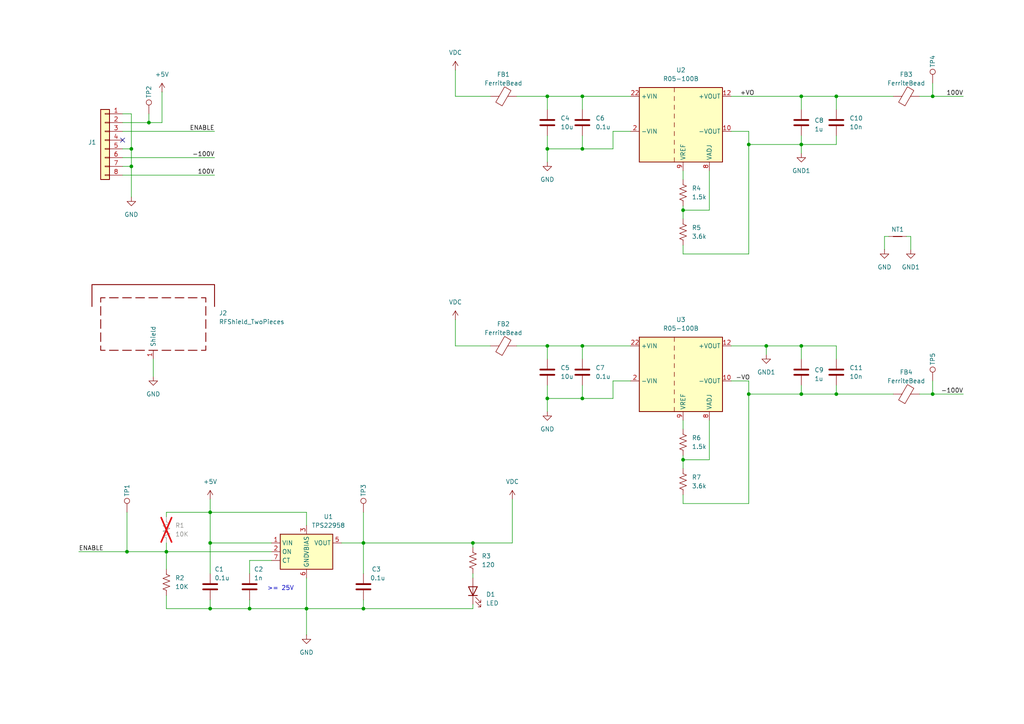
<source format=kicad_sch>
(kicad_sch (version 20250114) (generator "eeschema") (generator_version "9.0")
  (paper "A4")
  (title_block (title "High Voltage Generator") (rev "0"))
  (lib_symbols
    (symbol "Connector:TestPoint" (pin_numbers (hide yes)) (pin_names (offset 0.762) (hide yes))
      (property "Reference" "TP" (at 0 6.858 0))
      (property "Value" "TestPoint" (at 0 5.08 0))
      (symbol "TestPoint_0_1"
        (circle (center 0 3.302) (radius 0.762))
      )
      (symbol "TestPoint_1_1"
        (pin passive line (at 0 0 90) (length 2.54) (name "1") (number "1"))
      )
    )
    (symbol "Connector_Generic:Conn_01x08" (pin_names (offset 1.016) (hide yes))
      (property "Reference" "J" (at 0 10.16 0))
      (property "Value" "Conn_01x08" (at 0 -12.7 0))
      (symbol "Conn_01x08_1_1"
        (rectangle (start -1.27 8.89) (end 1.27 -11.43) (stroke (width 0.254)) (fill (type background)))
        (rectangle (start -1.27 7.747) (end 0 7.493) (stroke (width 0.1524)))
        (rectangle (start -1.27 5.207) (end 0 4.953) (stroke (width 0.1524)))
        (rectangle (start -1.27 2.667) (end 0 2.413) (stroke (width 0.1524)))
        (rectangle (start -1.27 0.127) (end 0 -0.127) (stroke (width 0.1524)))
        (rectangle (start -1.27 -2.413) (end 0 -2.667) (stroke (width 0.1524)))
        (rectangle (start -1.27 -4.953) (end 0 -5.207) (stroke (width 0.1524)))
        (rectangle (start -1.27 -7.493) (end 0 -7.747) (stroke (width 0.1524)))
        (rectangle (start -1.27 -10.033) (end 0 -10.287) (stroke (width 0.1524)))
        (pin passive line (at -5.08 7.62 0) (length 3.81) (name "Pin_1") (number "1"))
        (pin passive line (at -5.08 5.08 0) (length 3.81) (name "Pin_2") (number "2"))
        (pin passive line (at -5.08 2.54 0) (length 3.81) (name "Pin_3") (number "3"))
        (pin passive line (at -5.08 0 0) (length 3.81) (name "Pin_4") (number "4"))
        (pin passive line (at -5.08 -2.54 0) (length 3.81) (name "Pin_5") (number "5"))
        (pin passive line (at -5.08 -5.08 0) (length 3.81) (name "Pin_6") (number "6"))
        (pin passive line (at -5.08 -7.62 0) (length 3.81) (name "Pin_7") (number "7"))
        (pin passive line (at -5.08 -10.16 0) (length 3.81) (name "Pin_8") (number "8"))
      )
    )
    (symbol "Device:C" (pin_numbers (hide yes)) (pin_names (offset 0.254))
      (property "Reference" "C" (at 0.635 2.54 0))
      (property "Value" "C" (at 0.635 -2.54 0))
      (symbol "C_0_1"
        (polyline (pts (xy -2.032 0.762) (xy 2.032 0.762)) (stroke (width 0.508)))
        (polyline (pts (xy -2.032 -0.762) (xy 2.032 -0.762)) (stroke (width 0.508)))
      )
      (symbol "C_1_1"
        (pin passive line (at 0 3.81 270) (length 2.794) (name "~") (number "1"))
        (pin passive line (at 0 -3.81 90) (length 2.794) (name "~") (number "2"))
      )
    )
    (symbol "Device:FerriteBead" (pin_numbers (hide yes)) (pin_names (offset 0))
      (property "Reference" "FB" (at -3.81 0.635 90))
      (property "Value" "FerriteBead" (at 3.81 0 90))
      (symbol "FerriteBead_0_1"
        (polyline (pts (xy -2.7686 0.4064) (xy -1.7018 2.2606) (xy 2.7686 -0.3048) (xy 1.6764 -2.159) (xy -2.7686 0.4064)))
        (polyline (pts (xy 0 1.27) (xy 0 1.2954)))
        (polyline (pts (xy 0 -1.27) (xy 0 -1.2192)))
      )
      (symbol "FerriteBead_1_1"
        (pin passive line (at 0 3.81 270) (length 2.54) (name "~") (number "1"))
        (pin passive line (at 0 -3.81 90) (length 2.54) (name "~") (number "2"))
      )
    )
    (symbol "Device:LED" (pin_numbers (hide yes)) (pin_names (offset 1.016) (hide yes))
      (property "Reference" "D" (at 0 2.54 0))
      (property "Value" "LED" (at 0 -2.54 0))
      (symbol "LED_0_1"
        (polyline (pts (xy -3.048 -0.762) (xy -4.572 -2.286) (xy -3.81 -2.286) (xy -4.572 -2.286) (xy -4.572 -1.524)))
        (polyline (pts (xy -1.778 -0.762) (xy -3.302 -2.286) (xy -2.54 -2.286) (xy -3.302 -2.286) (xy -3.302 -1.524)))
        (polyline (pts (xy -1.27 0) (xy 1.27 0)))
        (polyline (pts (xy -1.27 -1.27) (xy -1.27 1.27)) (stroke (width 0.254)))
        (polyline (pts (xy 1.27 -1.27) (xy 1.27 1.27) (xy -1.27 0) (xy 1.27 -1.27)) (stroke (width 0.254)))
      )
      (symbol "LED_1_1"
        (pin passive line (at -3.81 0 0) (length 2.54) (name "K") (number "1"))
        (pin passive line (at 3.81 0 180) (length 2.54) (name "A") (number "2"))
      )
    )
    (symbol "Device:NetTie_2" (pin_numbers (hide yes)) (pin_names (offset 0) (hide yes)) (in_bom no)
      (property "Reference" "NT" (at 0 1.27 0))
      (property "Value" "NetTie_2" (at 0 -1.27 0))
      (symbol "NetTie_2_0_1"
        (polyline (pts (xy -1.27 0) (xy 1.27 0)) (stroke (width 0.254)))
      )
      (symbol "NetTie_2_1_1"
        (pin passive line (at -2.54 0 0) (length 2.54) (name "1") (number "1"))
        (pin passive line (at 2.54 0 180) (length 2.54) (name "2") (number "2"))
      )
    )
    (symbol "Device:RFShield_TwoPieces" (pin_names (offset 1.016))
      (property "Reference" "J" (at 0 5.08 0))
      (property "Value" "RFShield_TwoPieces" (at 0 2.54 0))
      (symbol "RFShield_TwoPieces_0_1"
        (polyline (pts (xy -17.78 5.08) (xy -17.78 11.43) (xy 17.78 11.43) (xy 17.78 5.08)) (stroke (width 0.254)))
        (polyline (pts (xy -15.24 6.35) (xy -15.24 7.62) (xy -13.97 7.62)) (stroke (width 0.254)))
        (polyline (pts (xy -15.24 2.54) (xy -15.24 5.08)) (stroke (width 0.254)))
        (polyline (pts (xy -15.24 -1.27) (xy -15.24 1.27)) (stroke (width 0.254)))
        (polyline (pts (xy -15.24 -5.08) (xy -15.24 -2.54)) (stroke (width 0.254)))
        (polyline (pts (xy -13.97 -7.62) (xy -15.24 -7.62) (xy -15.24 -6.35)) (stroke (width 0.254)))
        (polyline (pts (xy -12.7 7.62) (xy -10.16 7.62)) (stroke (width 0.254)))
        (polyline (pts (xy -10.16 -7.62) (xy -12.7 -7.62)) (stroke (width 0.254)))
        (polyline (pts (xy -6.35 7.62) (xy -8.89 7.62)) (stroke (width 0.254)))
        (polyline (pts (xy -6.35 -7.62) (xy -8.89 -7.62)) (stroke (width 0.254)))
        (polyline (pts (xy -2.54 7.62) (xy -5.08 7.62)) (stroke (width 0.254)))
        (polyline (pts (xy -2.54 -7.62) (xy -5.08 -7.62)) (stroke (width 0.254)))
        (polyline (pts (xy -1.27 -7.62) (xy 1.27 -7.62)) (stroke (width 0.254)))
        (polyline (pts (xy 1.27 7.62) (xy -1.27 7.62)) (stroke (width 0.254)))
        (polyline (pts (xy 2.54 -7.62) (xy 5.08 -7.62)) (stroke (width 0.254)))
        (polyline (pts (xy 5.08 7.62) (xy 2.54 7.62)) (stroke (width 0.254)))
        (polyline (pts (xy 6.35 -7.62) (xy 8.89 -7.62)) (stroke (width 0.254)))
        (polyline (pts (xy 8.89 7.62) (xy 6.35 7.62)) (stroke (width 0.254)))
        (polyline (pts (xy 10.16 -7.62) (xy 12.7 -7.62)) (stroke (width 0.254)))
        (polyline (pts (xy 12.7 7.62) (xy 10.16 7.62)) (stroke (width 0.254)))
        (polyline (pts (xy 13.97 -7.62) (xy 15.24 -7.62) (xy 15.24 -6.35)) (stroke (width 0.254)))
        (polyline (pts (xy 15.24 6.35) (xy 15.24 7.62) (xy 13.97 7.62)) (stroke (width 0.254)))
        (polyline (pts (xy 15.24 2.54) (xy 15.24 5.08)) (stroke (width 0.254)))
        (polyline (pts (xy 15.24 -1.27) (xy 15.24 1.27)) (stroke (width 0.254)))
        (polyline (pts (xy 15.24 -5.08) (xy 15.24 -2.54)) (stroke (width 0.254)))
      )
      (symbol "RFShield_TwoPieces_1_1"
        (pin passive line (at 0 -10.16 90) (length 2.54) (name "Shield") (number "1"))
      )
    )
    (symbol "Device:R_US" (pin_numbers (hide yes)) (pin_names (offset 0))
      (property "Reference" "R" (at 2.54 0 90))
      (property "Value" "R_US" (at -2.54 0 90))
      (symbol "R_US_0_1"
        (polyline (pts (xy 0 2.286) (xy 0 2.54)))
        (polyline (pts (xy 0 2.286) (xy 1.016 1.905) (xy 0 1.524) (xy -1.016 1.143) (xy 0 0.762)))
        (polyline (pts (xy 0 0.762) (xy 1.016 0.381) (xy 0 0) (xy -1.016 -0.381) (xy 0 -0.762)))
        (polyline (pts (xy 0 -0.762) (xy 1.016 -1.143) (xy 0 -1.524) (xy -1.016 -1.905) (xy 0 -2.286)))
        (polyline (pts (xy 0 -2.286) (xy 0 -2.54)))
      )
      (symbol "R_US_1_1"
        (pin passive line (at 0 3.81 270) (length 1.27) (name "~") (number "1"))
        (pin passive line (at 0 -3.81 90) (length 1.27) (name "~") (number "2"))
      )
    )
    (symbol "R05-100B_1"
      (property "Reference" "U" (at -8.89 8.89 0))
      (property "Value" "R05-100B" (at 8.89 8.89 0))
      (symbol "R05-100B_1_0_1"
        (rectangle (start -10.16 7.62) (end 13.97 -13.97) (stroke (width 0.254)) (fill (type background)))
        (polyline (pts (xy 0 7.62) (xy 0 6.35)))
        (polyline (pts (xy 0 5.08) (xy 0 3.81)))
        (polyline (pts (xy 0 2.54) (xy 0 1.27)))
        (polyline (pts (xy 0 0) (xy 0 -1.27)))
        (polyline (pts (xy 0 -2.54) (xy 0 -3.81)))
        (polyline (pts (xy 0 -5.08) (xy 0 -6.35)))
        (polyline (pts (xy 0 -7.62) (xy 0 -8.89)))
        (polyline (pts (xy 0 -10.16) (xy 0 -11.43)))
        (polyline (pts (xy 0 -12.7) (xy 0 -13.97)))
      )
      (symbol "R05-100B_1_1_1"
        (pin power_in line (at -12.7 5.08 0) (length 2.54) (name "+VIN") (number "22"))
        (pin power_in line (at -12.7 5.08 0) (length 2.54) (hide yes) (name "+VIN") (number "23"))
        (pin power_in line (at -12.7 -5.08 0) (length 2.54) (name "-VIN") (number "2"))
        (pin power_in line (at -12.7 -5.08 0) (length 2.54) (hide yes) (name "-VIN") (number "3"))
        (pin input line (at 2.54 -16.51 90) (length 2.54) (hide yes) (name "VREF") (number "16"))
        (pin input line (at 2.54 -16.51 90) (length 2.54) (name "VREF") (number "9"))
        (pin input line (at 10.16 -16.51 90) (length 2.54) (hide yes) (name "VADJ") (number "17"))
        (pin input line (at 10.16 -16.51 90) (length 2.54) (name "VADJ") (number "8"))
        (pin power_out line (at 16.51 5.08 180) (length 2.54) (name "+VOUT") (number "12"))
        (pin power_out line (at 16.51 5.08 180) (length 2.54) (hide yes) (name "+VOUT") (number "13"))
        (pin power_out line (at 16.51 -5.08 180) (length 2.54) (name "-VOUT") (number "10"))
        (pin power_out line (at 16.51 -5.08 180) (length 2.54) (hide yes) (name "-VOUT") (number "15"))
      )
    )
    (symbol "pd_symbols:R05-100B"
      (property "Reference" "U" (at -8.89 8.89 0))
      (property "Value" "R05-100B" (at 8.89 8.89 0))
      (symbol "R05-100B_0_1"
        (rectangle (start -10.16 7.62) (end 13.97 -13.97) (stroke (width 0.254)) (fill (type background)))
        (polyline (pts (xy 0 7.62) (xy 0 6.35)))
        (polyline (pts (xy 0 5.08) (xy 0 3.81)))
        (polyline (pts (xy 0 2.54) (xy 0 1.27)))
        (polyline (pts (xy 0 0) (xy 0 -1.27)))
        (polyline (pts (xy 0 -2.54) (xy 0 -3.81)))
        (polyline (pts (xy 0 -5.08) (xy 0 -6.35)))
        (polyline (pts (xy 0 -7.62) (xy 0 -8.89)))
        (polyline (pts (xy 0 -10.16) (xy 0 -11.43)))
        (polyline (pts (xy 0 -12.7) (xy 0 -13.97)))
      )
      (symbol "R05-100B_1_1"
        (pin power_in line (at -12.7 5.08 0) (length 2.54) (name "+VIN") (number "22"))
        (pin power_in line (at -12.7 5.08 0) (length 2.54) (hide yes) (name "+VIN") (number "23"))
        (pin power_in line (at -12.7 -5.08 0) (length 2.54) (name "-VIN") (number "2"))
        (pin power_in line (at -12.7 -5.08 0) (length 2.54) (hide yes) (name "-VIN") (number "3"))
        (pin input line (at 2.54 -16.51 90) (length 2.54) (hide yes) (name "VREF") (number "16"))
        (pin input line (at 2.54 -16.51 90) (length 2.54) (name "VREF") (number "9"))
        (pin input line (at 10.16 -16.51 90) (length 2.54) (hide yes) (name "VADJ") (number "17"))
        (pin input line (at 10.16 -16.51 90) (length 2.54) (name "VADJ") (number "8"))
        (pin power_out line (at 16.51 5.08 180) (length 2.54) (name "+VOUT") (number "12"))
        (pin power_out line (at 16.51 5.08 180) (length 2.54) (hide yes) (name "+VOUT") (number "13"))
        (pin power_out line (at 16.51 -5.08 180) (length 2.54) (name "-VOUT") (number "10"))
        (pin power_out line (at 16.51 -5.08 180) (length 2.54) (hide yes) (name "-VOUT") (number "15"))
      )
    )
    (symbol "pd_symbols:TPS22958"
      (property "Reference" "U" (at -6.35 6.35 0))
      (property "Value" "TPS22958" (at 6.35 6.35 0))
      (symbol "TPS22958_0_1"
        (rectangle (start -7.62 5.08) (end 7.62 -5.08) (stroke (width 0.254)) (fill (type background)))
      )
      (symbol "TPS22958_1_1"
        (pin power_in line (at -10.16 2.54 0) (length 2.54) (name "VIN") (number "1"))
        (pin power_in line (at -10.16 2.54 0) (length 2.54) (hide yes) (name "VIN") (number "4"))
        (pin input line (at -10.16 0 0) (length 2.54) (name "ON") (number "2"))
        (pin passive line (at -10.16 -2.54 0) (length 2.54) (name "CT") (number "7"))
        (pin input line (at 0 7.62 270) (length 2.54) (name "VBIAS") (number "3"))
        (pin power_in line (at 0 -7.62 90) (length 2.54) (name "GND") (number "6"))
        (pin power_out line (at 10.16 2.54 180) (length 2.54) (name "VOUT") (number "5"))
        (pin power_out line (at 10.16 2.54 180) (length 2.54) (hide yes) (name "VOUT") (number "8"))
      )
    )
    (symbol "power:+5V" (power) (pin_numbers (hide yes)) (pin_names (offset 0) (hide yes))
      (property "Value" "+5V" (at 0 3.556 0))
      (symbol "+5V_0_1"
        (polyline (pts (xy -0.762 1.27) (xy 0 2.54)))
        (polyline (pts (xy 0 2.54) (xy 0.762 1.27)))
        (polyline (pts (xy 0 0) (xy 0 2.54)))
      )
      (symbol "+5V_1_1"
        (pin power_in line (at 0 0 90) (length 0) (name "~") (number "1"))
      )
    )
    (symbol "power:GND" (power) (pin_numbers (hide yes)) (pin_names (offset 0) (hide yes))
      (property "Value" "GND" (at 0 -3.81 0))
      (symbol "GND_0_1"
        (polyline (pts (xy 0 0) (xy 0 -1.27) (xy 1.27 -1.27) (xy 0 -2.54) (xy -1.27 -1.27) (xy 0 -1.27)))
      )
      (symbol "GND_1_1"
        (pin power_in line (at 0 0 270) (length 0) (name "~") (number "1"))
      )
    )
    (symbol "power:GND1" (power) (pin_numbers (hide yes)) (pin_names (offset 0) (hide yes))
      (property "Value" "GND1" (at 0 -3.81 0))
      (symbol "GND1_0_1"
        (polyline (pts (xy 0 0) (xy 0 -1.27) (xy 1.27 -1.27) (xy 0 -2.54) (xy -1.27 -1.27) (xy 0 -1.27)))
      )
      (symbol "GND1_1_1"
        (pin power_in line (at 0 0 270) (length 0) (name "~") (number "1"))
      )
    )
    (symbol "power:VDC" (power) (pin_numbers (hide yes)) (pin_names (offset 0) (hide yes))
      (property "Value" "VDC" (at 0 3.556 0))
      (symbol "VDC_0_1"
        (polyline (pts (xy -0.762 1.27) (xy 0 2.54)))
        (polyline (pts (xy 0 2.54) (xy 0.762 1.27)))
        (polyline (pts (xy 0 0) (xy 0 2.54)))
      )
      (symbol "VDC_1_1"
        (pin power_in line (at 0 0 90) (length 0) (name "~") (number "1"))
      )
    )
  )
  (text ">= 25V" (at 77.47 171.45 0) (effects (font (size 1.27 1.27)) (justify left bottom)))
  (junction (at 158.75 115.57))
  (junction (at 60.96 157.48))
  (junction (at 232.41 27.94))
  (junction (at 198.12 133.35))
  (junction (at 158.75 27.94))
  (junction (at 270.51 114.3))
  (junction (at 232.41 41.91))
  (junction (at 198.12 60.96))
  (junction (at 60.96 176.53))
  (junction (at 232.41 114.3))
  (junction (at 168.91 100.33))
  (junction (at 222.25 100.33))
  (junction (at 168.91 27.94))
  (junction (at 137.16 157.48))
  (junction (at 232.41 100.33))
  (junction (at 105.41 157.48))
  (junction (at 270.51 27.94))
  (junction (at 158.75 43.18))
  (junction (at 48.26 160.02))
  (junction (at 105.41 176.53))
  (junction (at 38.1 43.18))
  (junction (at 36.83 160.02))
  (junction (at 43.18 35.56))
  (junction (at 158.75 100.33))
  (junction (at 60.96 148.59))
  (junction (at 38.1 48.26))
  (junction (at 242.57 114.3))
  (junction (at 88.9 176.53))
  (junction (at 168.91 43.18))
  (junction (at 217.17 41.91))
  (junction (at 168.91 115.57))
  (junction (at 242.57 27.94))
  (junction (at 72.39 176.53))
  (junction (at 217.17 114.3))
  (no_connect (at 35.56 40.64))
  (wire (pts (xy 137.16 175.26) (xy 137.16 176.53)))
  (wire (pts (xy 158.75 39.37) (xy 158.75 43.18)))
  (wire (pts (xy 72.39 162.56) (xy 72.39 166.37)))
  (wire (pts (xy 137.16 176.53) (xy 105.41 176.53)))
  (wire (pts (xy 266.7 114.3) (xy 270.51 114.3)))
  (wire (pts (xy 266.7 27.94) (xy 270.51 27.94)))
  (wire (pts (xy 182.88 110.49) (xy 177.8 110.49)))
  (wire (pts (xy 212.09 110.49) (xy 217.17 110.49)))
  (wire (pts (xy 158.75 115.57) (xy 158.75 119.38)))
  (wire (pts (xy 132.08 100.33) (xy 132.08 92.71)))
  (wire (pts (xy 198.12 60.96) (xy 198.12 63.5)))
  (wire (pts (xy 264.16 68.58) (xy 264.16 72.39)))
  (wire (pts (xy 137.16 157.48) (xy 137.16 158.75)))
  (wire (pts (xy 198.12 71.12) (xy 198.12 73.66)))
  (wire (pts (xy 242.57 111.76) (xy 242.57 114.3)))
  (wire (pts (xy 137.16 166.37) (xy 137.16 167.64)))
  (wire (pts (xy 72.39 173.99) (xy 72.39 176.53)))
  (wire (pts (xy 198.12 132.08) (xy 198.12 133.35)))
  (wire (pts (xy 48.26 176.53) (xy 48.26 172.72)))
  (wire (pts (xy 35.56 50.8) (xy 62.23 50.8)))
  (wire (pts (xy 222.25 100.33) (xy 232.41 100.33)))
  (wire (pts (xy 72.39 176.53) (xy 88.9 176.53)))
  (wire (pts (xy 78.74 162.56) (xy 72.39 162.56)))
  (wire (pts (xy 168.91 43.18) (xy 158.75 43.18)))
  (wire (pts (xy 60.96 148.59) (xy 60.96 157.48)))
  (wire (pts (xy 46.99 26.67) (xy 46.99 35.56)))
  (wire (pts (xy 60.96 157.48) (xy 78.74 157.48)))
  (wire (pts (xy 35.56 45.72) (xy 62.23 45.72)))
  (wire (pts (xy 142.24 100.33) (xy 132.08 100.33)))
  (wire (pts (xy 44.45 104.14) (xy 44.45 109.22)))
  (wire (pts (xy 88.9 176.53) (xy 105.41 176.53)))
  (wire (pts (xy 36.83 160.02) (xy 48.26 160.02)))
  (wire (pts (xy 105.41 173.99) (xy 105.41 176.53)))
  (wire (pts (xy 142.24 27.94) (xy 132.08 27.94)))
  (wire (pts (xy 60.96 148.59) (xy 88.9 148.59)))
  (wire (pts (xy 177.8 110.49) (xy 177.8 115.57)))
  (wire (pts (xy 35.56 33.02) (xy 38.1 33.02)))
  (wire (pts (xy 232.41 41.91) (xy 242.57 41.91)))
  (wire (pts (xy 46.99 35.56) (xy 43.18 35.56)))
  (wire (pts (xy 242.57 114.3) (xy 259.08 114.3)))
  (wire (pts (xy 217.17 73.66) (xy 198.12 73.66)))
  (wire (pts (xy 217.17 146.05) (xy 198.12 146.05)))
  (wire (pts (xy 217.17 41.91) (xy 232.41 41.91)))
  (wire (pts (xy 217.17 114.3) (xy 232.41 114.3)))
  (wire (pts (xy 242.57 39.37) (xy 242.57 41.91)))
  (wire (pts (xy 262.89 68.58) (xy 264.16 68.58)))
  (wire (pts (xy 257.81 68.58) (xy 256.54 68.58)))
  (wire (pts (xy 232.41 41.91) (xy 232.41 44.45)))
  (wire (pts (xy 270.51 114.3) (xy 279.4 114.3)))
  (wire (pts (xy 177.8 38.1) (xy 177.8 43.18)))
  (wire (pts (xy 99.06 157.48) (xy 105.41 157.48)))
  (wire (pts (xy 158.75 27.94) (xy 158.75 31.75)))
  (wire (pts (xy 35.56 48.26) (xy 38.1 48.26)))
  (wire (pts (xy 270.51 27.94) (xy 279.4 27.94)))
  (wire (pts (xy 48.26 149.86) (xy 48.26 148.59)))
  (wire (pts (xy 158.75 111.76) (xy 158.75 115.57)))
  (wire (pts (xy 177.8 43.18) (xy 168.91 43.18)))
  (wire (pts (xy 217.17 114.3) (xy 217.17 146.05)))
  (wire (pts (xy 38.1 33.02) (xy 38.1 43.18)))
  (wire (pts (xy 48.26 160.02) (xy 78.74 160.02)))
  (wire (pts (xy 198.12 143.51) (xy 198.12 146.05)))
  (wire (pts (xy 105.41 148.59) (xy 105.41 157.48)))
  (wire (pts (xy 232.41 41.91) (xy 232.41 39.37)))
  (wire (pts (xy 242.57 27.94) (xy 242.57 31.75)))
  (wire (pts (xy 168.91 39.37) (xy 168.91 43.18)))
  (wire (pts (xy 198.12 49.53) (xy 198.12 52.07)))
  (wire (pts (xy 256.54 68.58) (xy 256.54 72.39)))
  (wire (pts (xy 38.1 48.26) (xy 38.1 57.15)))
  (wire (pts (xy 38.1 43.18) (xy 38.1 48.26)))
  (wire (pts (xy 48.26 160.02) (xy 48.26 157.48)))
  (wire (pts (xy 22.86 160.02) (xy 36.83 160.02)))
  (wire (pts (xy 177.8 115.57) (xy 168.91 115.57)))
  (wire (pts (xy 198.12 121.92) (xy 198.12 124.46)))
  (wire (pts (xy 48.26 160.02) (xy 48.26 165.1)))
  (wire (pts (xy 168.91 27.94) (xy 182.88 27.94)))
  (wire (pts (xy 222.25 100.33) (xy 222.25 102.87)))
  (wire (pts (xy 60.96 176.53) (xy 48.26 176.53)))
  (wire (pts (xy 168.91 115.57) (xy 158.75 115.57)))
  (wire (pts (xy 198.12 59.69) (xy 198.12 60.96)))
  (wire (pts (xy 232.41 27.94) (xy 242.57 27.94)))
  (wire (pts (xy 168.91 27.94) (xy 168.91 31.75)))
  (wire (pts (xy 232.41 114.3) (xy 242.57 114.3)))
  (wire (pts (xy 137.16 157.48) (xy 148.59 157.48)))
  (wire (pts (xy 212.09 100.33) (xy 222.25 100.33)))
  (wire (pts (xy 168.91 100.33) (xy 182.88 100.33)))
  (wire (pts (xy 148.59 144.78) (xy 148.59 157.48)))
  (wire (pts (xy 242.57 27.94) (xy 259.08 27.94)))
  (wire (pts (xy 232.41 114.3) (xy 232.41 111.76)))
  (wire (pts (xy 270.51 24.13) (xy 270.51 27.94)))
  (wire (pts (xy 158.75 100.33) (xy 158.75 104.14)))
  (wire (pts (xy 232.41 100.33) (xy 232.41 104.14)))
  (wire (pts (xy 168.91 100.33) (xy 168.91 104.14)))
  (wire (pts (xy 132.08 27.94) (xy 132.08 20.32)))
  (wire (pts (xy 217.17 110.49) (xy 217.17 114.3)))
  (wire (pts (xy 48.26 148.59) (xy 60.96 148.59)))
  (wire (pts (xy 177.8 38.1) (xy 182.88 38.1)))
  (wire (pts (xy 35.56 38.1) (xy 62.23 38.1)))
  (wire (pts (xy 212.09 27.94) (xy 232.41 27.94)))
  (wire (pts (xy 35.56 35.56) (xy 43.18 35.56)))
  (wire (pts (xy 88.9 176.53) (xy 88.9 184.15)))
  (wire (pts (xy 217.17 41.91) (xy 217.17 73.66)))
  (wire (pts (xy 205.74 121.92) (xy 205.74 133.35)))
  (wire (pts (xy 105.41 157.48) (xy 105.41 166.37)))
  (wire (pts (xy 198.12 133.35) (xy 198.12 135.89)))
  (wire (pts (xy 158.75 43.18) (xy 158.75 46.99)))
  (wire (pts (xy 60.96 176.53) (xy 72.39 176.53)))
  (wire (pts (xy 205.74 133.35) (xy 198.12 133.35)))
  (wire (pts (xy 88.9 167.64) (xy 88.9 176.53)))
  (wire (pts (xy 36.83 148.59) (xy 36.83 160.02)))
  (wire (pts (xy 60.96 157.48) (xy 60.96 166.37)))
  (wire (pts (xy 43.18 33.02) (xy 43.18 35.56)))
  (wire (pts (xy 242.57 100.33) (xy 232.41 100.33)))
  (wire (pts (xy 205.74 60.96) (xy 198.12 60.96)))
  (wire (pts (xy 217.17 38.1) (xy 217.17 41.91)))
  (wire (pts (xy 60.96 144.78) (xy 60.96 148.59)))
  (wire (pts (xy 158.75 27.94) (xy 168.91 27.94)))
  (wire (pts (xy 205.74 49.53) (xy 205.74 60.96)))
  (wire (pts (xy 60.96 173.99) (xy 60.96 176.53)))
  (wire (pts (xy 105.41 157.48) (xy 137.16 157.48)))
  (wire (pts (xy 35.56 43.18) (xy 38.1 43.18)))
  (wire (pts (xy 232.41 27.94) (xy 232.41 31.75)))
  (wire (pts (xy 212.09 38.1) (xy 217.17 38.1)))
  (wire (pts (xy 149.86 100.33) (xy 158.75 100.33)))
  (wire (pts (xy 270.51 110.49) (xy 270.51 114.3)))
  (wire (pts (xy 158.75 100.33) (xy 168.91 100.33)))
  (wire (pts (xy 88.9 152.4) (xy 88.9 148.59)))
  (wire (pts (xy 168.91 111.76) (xy 168.91 115.57)))
  (wire (pts (xy 242.57 104.14) (xy 242.57 100.33)))
  (wire (pts (xy 149.86 27.94) (xy 158.75 27.94)))
  (label "-VO" (at 213.36 110.49 0))
  (label "-100V" (at 279.4 114.3 180))
  (label "ENABLE" (at 62.23 38.1 180))
  (label "ENABLE" (at 22.86 160.02 0))
  (label "100V" (at 279.4 27.94 180))
  (label "+VO" (at 214.63 27.94 0))
  (label "-100V" (at 62.23 45.72 180))
  (label "100V" (at 62.23 50.8 180))
  (symbol (lib_id "Device:FerriteBead") (at 262.89 114.3 90) (unit 1)
    (property "Reference" "FB4" (at 262.8392 107.95 90))
    (property "Value" "FerriteBead" (at 262.8392 110.49 90))
    (property "Footprint" "Inductor_SMD:L_0603_1608Metric" (effects (hide yes)))
    (property "Description" "Ferrite bead" (effects (hide yes)))
  )
  (symbol (lib_id "Device:C") (at 72.39 170.18 0) (unit 1)
    (property "Reference" "C2" (at 73.66 165.1 0) (effects (justify left)))
    (property "Value" "1n" (at 73.66 167.64 0) (effects (justify left)))
    (property "Footprint" "Capacitor_SMD:C_0603_1608Metric" (effects (hide yes)))
    (property "Description" "Unpolarized capacitor" (effects (hide yes)))
  )
  (symbol (lib_id "Device:C") (at 242.57 35.56 180) (unit 1)
    (property "Reference" "C10" (at 246.38 34.2899 0) (effects (justify right)))
    (property "Value" "10n" (at 246.38 36.8299 0) (effects (justify right)))
    (property "Footprint" "Capacitor_SMD:C_0805_2012Metric" (effects (hide yes)))
    (property "Description" "Unpolarized capacitor" (effects (hide yes)))
  )
  (symbol (lib_id "Connector:TestPoint") (at 43.18 33.02 0) (unit 1)
    (property "Reference" "TP2" (at 43.18 26.67 90))
    (property "Value" "TestPoint" (effects (hide yes)))
    (property "Footprint" "pd_footprints:TestPoint_THTPad_D1.8mm_Drill1.2mm" (effects (hide yes)))
    (property "Description" "test point" (effects (hide yes)))
  )
  (symbol (lib_id "Device:RFShield_TwoPieces") (at 44.45 93.98 0) (unit 1)
    (property "Reference" "J2" (at 63.5 90.8049 0) (effects (justify left)))
    (property "Value" "RFShield_TwoPieces" (at 63.5 93.3449 0) (effects (justify left)))
    (property "Footprint" "pd_footprints:Shield_MS638-10F" (effects (hide yes)))
    (property "Description" "Two-piece EMI RF shielding cabinet" (effects (hide yes)))
  )
  (symbol (lib_id "Device:R_US") (at 198.12 139.7 0) (unit 1)
    (property "Reference" "R7" (at 200.66 138.4299 0) (effects (justify left)))
    (property "Value" "3.6k" (at 200.66 140.9699 0) (effects (justify left)))
    (property "Footprint" "Resistor_SMD:R_0603_1608Metric" (effects (hide yes)))
    (property "Description" "Resistor, US symbol" (effects (hide yes)))
  )
  (symbol (lib_id "Device:C") (at 168.91 107.95 0) (unit 1)
    (property "Reference" "C7" (at 172.72 106.6799 0) (effects (justify left)))
    (property "Value" "0.1u" (at 172.72 109.2199 0) (effects (justify left)))
    (property "Footprint" "Capacitor_SMD:C_0603_1608Metric" (effects (hide yes)))
    (property "Description" "Unpolarized capacitor" (effects (hide yes)))
  )
  (symbol (lib_id "power:GND1") (at 232.41 44.45 0) (unit 1)
    (property "Reference" "#PWR013" (effects (hide yes)))
    (property "Value" "GND1" (at 232.41 49.53 0))
    (property "Description" "Power symbol creates a global label with name \"GND1\" , ground" (effects (hide yes)))
  )
  (symbol (lib_id "Device:FerriteBead") (at 262.89 27.94 90) (unit 1)
    (property "Reference" "FB3" (at 262.8392 21.59 90))
    (property "Value" "FerriteBead" (at 262.8392 24.13 90))
    (property "Footprint" "Inductor_SMD:L_0603_1608Metric" (effects (hide yes)))
    (property "Description" "Ferrite bead" (effects (hide yes)))
  )
  (symbol (lib_id "Device:R_US") (at 137.16 162.56 180) (unit 1)
    (property "Reference" "R3" (at 139.7 161.2899 0) (effects (justify right)))
    (property "Value" "120" (at 139.7 163.8299 0) (effects (justify right)))
    (property "Footprint" "Resistor_SMD:R_0603_1608Metric" (effects (hide yes)))
    (property "Description" "Resistor, US symbol" (effects (hide yes)))
  )
  (symbol (lib_id "Device:LED") (at 137.16 171.45 90) (unit 1)
    (property "Reference" "D1" (at 140.97 172.4025 90) (effects (justify right)))
    (property "Value" "LED" (at 140.97 174.9425 90) (effects (justify right)))
    (property "Footprint" "LED_SMD:LED_1206_3216Metric_Pad1.42x1.75mm_HandSolder" (effects (hide yes)))
    (property "Description" "Light emitting diode" (effects (hide yes)))
    (property "Sim.Pins" "1=K 2=A" (effects (hide yes)))
  )
  (symbol (lib_id "power:GND") (at 38.1 57.15 0) (unit 1)
    (property "Reference" "#PWR01" (effects (hide yes)))
    (property "Value" "GND" (at 38.1 62.23 0))
    (property "Description" "Power symbol creates a global label with name \"GND\" , ground" (effects (hide yes)))
  )
  (symbol (lib_id "power:VDC") (at 132.08 20.32 0) (unit 1)
    (property "Reference" "#PWR05" (effects (hide yes)))
    (property "Value" "VDC" (at 132.08 15.24 0))
    (property "Description" "Power symbol creates a global label with name \"VDC\"" (effects (hide yes)))
  )
  (symbol (lib_id "power:+5V") (at 60.96 144.78 0) (unit 1)
    (property "Reference" "#PWR04" (effects (hide yes)))
    (property "Value" "+5V" (at 60.96 139.7 0))
    (property "Description" "Power symbol creates a global label with name \"+5V\"" (effects (hide yes)))
  )
  (symbol (lib_id "power:GND") (at 256.54 72.39 0) (unit 1)
    (property "Reference" "#PWR010" (effects (hide yes)))
    (property "Value" "GND" (at 256.54 77.47 0))
    (property "Description" "Power symbol creates a global label with name \"GND\" , ground" (effects (hide yes)))
  )
  (symbol (lib_id "Device:C") (at 105.41 170.18 0) (mirror y) (unit 1)
    (property "Reference" "C3" (at 110.49 165.1 0) (effects (justify left)))
    (property "Value" "0.1u" (at 111.76 167.64 0) (effects (justify left)))
    (property "Footprint" "Capacitor_SMD:C_0603_1608Metric" (effects (hide yes)))
    (property "Description" "Unpolarized capacitor" (effects (hide yes)))
  )
  (symbol (lib_id "pd_symbols:R05-100B") (at 195.58 105.41 0) (unit 1)
    (property "Reference" "U3" (at 197.485 92.71 0))
    (property "Value" "R05-100B" (at 197.485 95.25 0))
    (property "Footprint" "pd_footprints:Converter_DCDC_RECOM_RXX-B" (effects (hide yes)))
    (property "Datasheet" "https://recom-power.com/pdf/Innoline/Rxx-B.pdf" (effects (hide yes)))
    (property "Description" "High output voltage DIP24 converter" (effects (hide yes)))
  )
  (symbol (lib_id "Device:C") (at 232.41 107.95 180) (unit 1)
    (property "Reference" "C9" (at 236.22 107.315 0) (effects (justify right)))
    (property "Value" "1u" (at 236.22 109.855 0) (effects (justify right)))
    (property "Footprint" "Capacitor_SMD:C_1812_4532Metric" (effects (hide yes)))
    (property "Description" "Unpolarized capacitor" (effects (hide yes)))
  )
  (symbol (lib_id "Device:FerriteBead") (at 146.05 100.33 90) (unit 1)
    (property "Reference" "FB2" (at 145.9992 93.98 90))
    (property "Value" "FerriteBead" (at 145.9992 96.52 90))
    (property "Footprint" "Inductor_SMD:L_0603_1608Metric" (effects (hide yes)))
    (property "Description" "Ferrite bead" (effects (hide yes)))
  )
  (symbol (lib_id "power:GND") (at 88.9 184.15 0) (unit 1)
    (property "Reference" "#PWR03" (effects (hide yes)))
    (property "Value" "GND" (at 88.9 189.23 0))
    (property "Description" "Power symbol creates a global label with name \"GND\" , ground" (effects (hide yes)))
  )
  (symbol (lib_id "power:GND") (at 158.75 46.99 0) (unit 1)
    (property "Reference" "#PWR08" (effects (hide yes)))
    (property "Value" "GND" (at 158.75 52.07 0))
    (property "Description" "Power symbol creates a global label with name \"GND\" , ground" (effects (hide yes)))
  )
  (symbol (lib_id "pd_symbols:TPS22958") (at 88.9 160.02 0) (unit 1)
    (property "Reference" "U1" (at 95.25 149.86 0))
    (property "Value" "TPS22958" (at 95.25 152.4 0))
    (property "Footprint" "Package_SO:VSSOP-8_3x3mm_P0.65mm" (effects (hide yes)))
    (property "Datasheet" "https://www.ti.com/lit/ds/symlink/tps22958.pdf" (effects (hide yes)))
    (property "Description" "5.5-V, 4-A / 6-A, 14-mΩ Load Switch with Adjustable Rise Time" (effects (hide yes)))
  )
  (symbol (lib_name "R05-100B_1") (lib_id "pd_symbols:R05-100B") (at 195.58 33.02 0) (unit 1)
    (property "Reference" "U2" (at 197.485 20.32 0))
    (property "Value" "R05-100B" (at 197.485 22.86 0))
    (property "Footprint" "pd_footprints:Converter_DCDC_RECOM_RXX-B" (effects (hide yes)))
    (property "Datasheet" "https://recom-power.com/pdf/Innoline/Rxx-B.pdf" (effects (hide yes)))
    (property "Description" "High output voltage DIP24 converter" (effects (hide yes)))
  )
  (symbol (lib_id "power:GND") (at 44.45 109.22 0) (unit 1)
    (property "Reference" "#PWR012" (effects (hide yes)))
    (property "Value" "GND" (at 44.45 114.3 0))
    (property "Description" "Power symbol creates a global label with name \"GND\" , ground" (effects (hide yes)))
  )
  (symbol (lib_id "power:VDC") (at 132.08 92.71 0) (unit 1)
    (property "Reference" "#PWR06" (effects (hide yes)))
    (property "Value" "VDC" (at 132.08 87.63 0))
    (property "Description" "Power symbol creates a global label with name \"VDC\"" (effects (hide yes)))
  )
  (symbol (lib_id "Device:R_US") (at 198.12 128.27 0) (unit 1)
    (property "Reference" "R6" (at 200.66 126.9999 0) (effects (justify left)))
    (property "Value" "1.5k" (at 200.66 129.5399 0) (effects (justify left)))
    (property "Footprint" "Resistor_SMD:R_0603_1608Metric" (effects (hide yes)))
    (property "Description" "Resistor, US symbol" (effects (hide yes)))
  )
  (symbol (lib_id "Device:C") (at 60.96 170.18 0) (unit 1)
    (property "Reference" "C1" (at 62.23 165.1 0) (effects (justify left)))
    (property "Value" "0.1u" (at 62.23 167.64 0) (effects (justify left)))
    (property "Footprint" "Capacitor_SMD:C_0603_1608Metric" (effects (hide yes)))
    (property "Description" "Unpolarized capacitor" (effects (hide yes)))
  )
  (symbol (lib_id "Connector:TestPoint") (at 36.83 148.59 0) (unit 1)
    (property "Reference" "TP1" (at 36.83 142.24 90))
    (property "Value" "TestPoint" (effects (hide yes)))
    (property "Footprint" "pd_footprints:TestPoint_THTPad_D1.8mm_Drill1.2mm" (effects (hide yes)))
    (property "Description" "test point" (effects (hide yes)))
  )
  (symbol (lib_id "Connector:TestPoint") (at 105.41 148.59 0) (unit 1)
    (property "Reference" "TP3" (at 105.41 142.24 90))
    (property "Value" "TestPoint" (effects (hide yes)))
    (property "Footprint" "pd_footprints:TestPoint_THTPad_D1.8mm_Drill1.2mm" (effects (hide yes)))
    (property "Description" "test point" (effects (hide yes)))
  )
  (symbol (lib_id "Device:C") (at 158.75 35.56 0) (unit 1)
    (property "Reference" "C4" (at 162.56 34.2899 0) (effects (justify left)))
    (property "Value" "10u" (at 162.56 36.8299 0) (effects (justify left)))
    (property "Footprint" "Capacitor_SMD:C_0805_2012Metric_Pad1.18x1.45mm_HandSolder" (effects (hide yes)))
    (property "Description" "Unpolarized capacitor" (effects (hide yes)))
  )
  (symbol (lib_id "power:+5V") (at 46.99 26.67 0) (unit 1)
    (property "Reference" "#PWR02" (effects (hide yes)))
    (property "Value" "+5V" (at 46.99 21.59 0))
    (property "Description" "Power symbol creates a global label with name \"+5V\"" (effects (hide yes)))
  )
  (symbol (lib_id "Device:C") (at 242.57 107.95 180) (unit 1)
    (property "Reference" "C11" (at 246.38 106.6799 0) (effects (justify right)))
    (property "Value" "10n" (at 246.38 109.2199 0) (effects (justify right)))
    (property "Footprint" "Capacitor_SMD:C_0805_2012Metric" (effects (hide yes)))
    (property "Description" "Unpolarized capacitor" (effects (hide yes)))
  )
  (symbol (lib_id "Device:R_US") (at 48.26 153.67 180) (unit 1) (dnp yes)
    (property "Reference" "R1" (at 50.8 152.3999 0) (effects (justify right)))
    (property "Value" "10K" (at 50.8 154.9399 0) (effects (justify right)))
    (property "Footprint" "Resistor_SMD:R_0603_1608Metric" (effects (hide yes)))
    (property "Description" "Resistor, US symbol" (effects (hide yes)))
  )
  (symbol (lib_id "Device:C") (at 232.41 35.56 180) (unit 1)
    (property "Reference" "C8" (at 236.22 34.925 0) (effects (justify right)))
    (property "Value" "1u" (at 236.22 37.465 0) (effects (justify right)))
    (property "Footprint" "Capacitor_SMD:C_1812_4532Metric" (effects (hide yes)))
    (property "Description" "Unpolarized capacitor" (effects (hide yes)))
  )
  (symbol (lib_id "Device:FerriteBead") (at 146.05 27.94 90) (unit 1)
    (property "Reference" "FB1" (at 145.9992 21.59 90))
    (property "Value" "FerriteBead" (at 145.9992 24.13 90))
    (property "Footprint" "Inductor_SMD:L_0603_1608Metric" (effects (hide yes)))
    (property "Description" "Ferrite bead" (effects (hide yes)))
  )
  (symbol (lib_id "Connector_Generic:Conn_01x08") (at 30.48 40.64 0) (mirror y) (unit 1)
    (property "Reference" "J1" (at 27.94 41.275 0) (effects (justify left)))
    (property "Value" "Conn_01x08" (effects (hide yes)))
    (property "Footprint" "Connector_JST:JST_PH_B8B-PH-K_1x08_P2.00mm_Vertical" (effects (hide yes)))
    (property "Description" "Generic connector, single row, 01x08, script generated (kicad-library-utils/schlib/autogen/connector/)" (effects (hide yes)))
  )
  (symbol (lib_id "power:VDC") (at 148.59 144.78 0) (unit 1)
    (property "Reference" "#PWR07" (effects (hide yes)))
    (property "Value" "VDC" (at 148.59 139.7 0))
    (property "Description" "Power symbol creates a global label with name \"VDC\"" (effects (hide yes)))
  )
  (symbol (lib_id "Device:C") (at 168.91 35.56 0) (unit 1)
    (property "Reference" "C6" (at 172.72 34.2899 0) (effects (justify left)))
    (property "Value" "0.1u" (at 172.72 36.8299 0) (effects (justify left)))
    (property "Footprint" "Capacitor_SMD:C_0603_1608Metric" (effects (hide yes)))
    (property "Description" "Unpolarized capacitor" (effects (hide yes)))
  )
  (symbol (lib_id "Connector:TestPoint") (at 270.51 110.49 0) (unit 1)
    (property "Reference" "TP5" (at 270.51 104.14 90))
    (property "Value" "TestPoint" (effects (hide yes)))
    (property "Footprint" "pd_footprints:TestPoint_THTPad_D1.8mm_Drill1.2mm" (effects (hide yes)))
    (property "Description" "test point" (effects (hide yes)))
  )
  (symbol (lib_id "Device:C") (at 158.75 107.95 0) (unit 1)
    (property "Reference" "C5" (at 162.56 106.6799 0) (effects (justify left)))
    (property "Value" "10u" (at 162.56 109.2199 0) (effects (justify left)))
    (property "Footprint" "Capacitor_SMD:C_0805_2012Metric_Pad1.18x1.45mm_HandSolder" (effects (hide yes)))
    (property "Description" "Unpolarized capacitor" (effects (hide yes)))
  )
  (symbol (lib_id "Device:R_US") (at 198.12 67.31 0) (unit 1)
    (property "Reference" "R5" (at 200.66 66.0399 0) (effects (justify left)))
    (property "Value" "3.6k" (at 200.66 68.5799 0) (effects (justify left)))
    (property "Footprint" "Resistor_SMD:R_0603_1608Metric" (effects (hide yes)))
    (property "Description" "Resistor, US symbol" (effects (hide yes)))
  )
  (symbol (lib_id "Device:R_US") (at 198.12 55.88 0) (unit 1)
    (property "Reference" "R4" (at 200.66 54.6099 0) (effects (justify left)))
    (property "Value" "1.5k" (at 200.66 57.1499 0) (effects (justify left)))
    (property "Footprint" "Resistor_SMD:R_0603_1608Metric" (effects (hide yes)))
    (property "Description" "Resistor, US symbol" (effects (hide yes)))
  )
  (symbol (lib_id "Device:NetTie_2") (at 260.35 68.58 0) (unit 1) (in_bom no)
    (property "Reference" "NT1" (at 260.35 66.548 0))
    (property "Value" "NetTie_2" (effects (hide yes)))
    (property "Footprint" "NetTie:NetTie-2_SMD_Pad0.5mm" (effects (hide yes)))
    (property "Description" "Net tie, 2 pins" (effects (hide yes)))
  )
  (symbol (lib_id "power:GND1") (at 264.16 72.39 0) (unit 1)
    (property "Reference" "#PWR015" (effects (hide yes)))
    (property "Value" "GND1" (at 264.16 77.47 0))
    (property "Description" "Power symbol creates a global label with name \"GND1\" , ground" (effects (hide yes)))
  )
  (symbol (lib_id "power:GND") (at 158.75 119.38 0) (unit 1)
    (property "Reference" "#PWR09" (effects (hide yes)))
    (property "Value" "GND" (at 158.75 124.46 0))
    (property "Description" "Power symbol creates a global label with name \"GND\" , ground" (effects (hide yes)))
  )
  (symbol (lib_id "power:GND1") (at 222.25 102.87 0) (unit 1)
    (property "Reference" "#PWR014" (effects (hide yes)))
    (property "Value" "GND1" (at 222.25 107.95 0))
    (property "Description" "Power symbol creates a global label with name \"GND1\" , ground" (effects (hide yes)))
  )
  (symbol (lib_id "Device:R_US") (at 48.26 168.91 180) (unit 1)
    (property "Reference" "R2" (at 50.8 167.6399 0) (effects (justify right)))
    (property "Value" "10K" (at 50.8 170.1799 0) (effects (justify right)))
    (property "Footprint" "Resistor_SMD:R_0603_1608Metric" (effects (hide yes)))
    (property "Description" "Resistor, US symbol" (effects (hide yes)))
  )
  (symbol (lib_id "Connector:TestPoint") (at 270.51 24.13 0) (unit 1)
    (property "Reference" "TP4" (at 270.51 17.78 90))
    (property "Value" "TestPoint" (effects (hide yes)))
    (property "Footprint" "pd_footprints:TestPoint_THTPad_D1.8mm_Drill1.2mm" (effects (hide yes)))
    (property "Description" "test point" (effects (hide yes)))
  )
)
</source>
